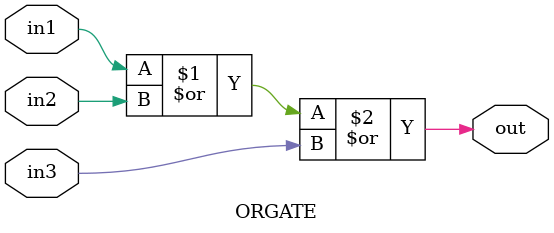
<source format=v>
`timescale 1ns / 1ps


module ORGATE(
    output out,
    input in1, in2, in3
    );
    assign out = in1 | in2 | in3;
    
endmodule

</source>
